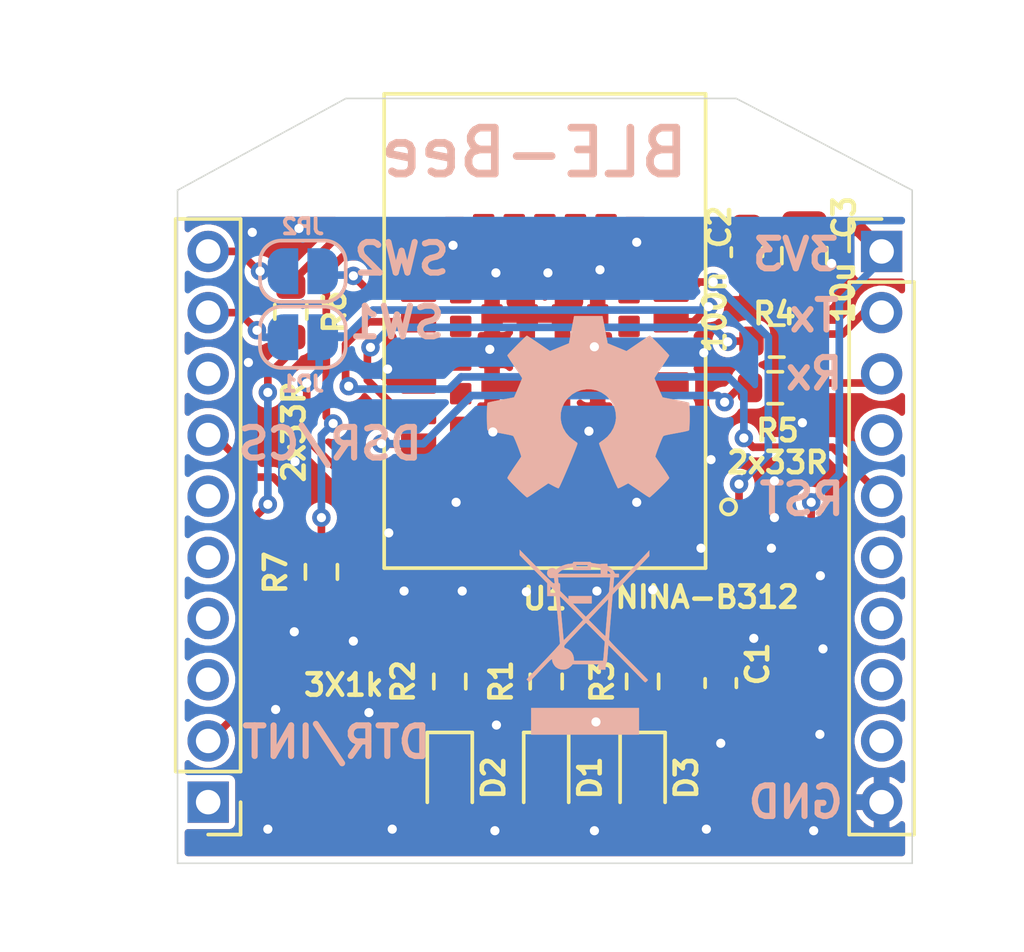
<source format=kicad_pcb>
(kicad_pcb (version 20211014) (generator pcbnew)
  (layers (0 "F.Cu" signal) (31 "B.Cu" signal) (34 "B.Paste" user) (35 "F.Paste" user) (36 "B.SilkS" user "B.Silkscreen") (37 "F.SilkS" user "F.Silkscreen") (38 "B.Mask" user) (39 "F.Mask" user) (44 "Edge.Cuts" user))
  (net 0 "")
  (net 1 "GND")
  (net 2 "/3V3")
  (net 3 "/SW1")
  (net 4 "Net-(J1-Pad9)")
  (net 5 "Net-(J1-Pad8)")
  (net 6 "Net-(J1-Pad7)")
  (net 7 "/RESET")
  (net 8 "/RX")
  (net 9 "/TX")
  (net 10 "Net-(J2-Pad6)")
  (net 11 "Net-(J2-Pad5)")
  (net 12 "Net-(J2-Pad4)")
  (net 13 "Net-(J2-Pad3)")
  (net 14 "Net-(R4-Pad1)")
  (net 15 "Net-(R5-Pad1)")
  (net 16 "Net-(U1-Pad46)")
  (net 17 "Net-(U1-Pad45)")
  (net 18 "Net-(U1-Pad44)")
  (net 19 "Net-(U1-Pad43)")
  (net 20 "Net-(U1-Pad42)")
  (net 21 "Net-(U1-Pad41)")
  (net 22 "Net-(U1-Pad40)")
  (net 23 "Net-(U1-Pad39)")
  (net 24 "Net-(U1-Pad38)")
  (net 25 "Net-(U1-Pad37)")
  (net 26 "Net-(U1-Pad36)")
  (net 27 "Net-(U1-Pad35)")
  (net 28 "Net-(U1-Pad34)")
  (net 29 "Net-(U1-Pad33)")
  (net 30 "Net-(U1-Pad32)")
  (net 31 "Net-(U1-Pad52)")
  (net 32 "Net-(U1-Pad51)")
  (net 33 "Net-(U1-Pad50)")
  (net 34 "Net-(U1-Pad49)")
  (net 35 "Net-(U1-Pad48)")
  (net 36 "Net-(U1-Pad47)")
  (net 37 "Net-(U1-Pad15)")
  (net 38 "Net-(U1-Pad11)")
  (net 39 "Net-(U1-Pad29)")
  (net 40 "Net-(U1-Pad28)")
  (net 41 "Net-(U1-Pad27)")
  (net 42 "Net-(U1-Pad25)")
  (net 43 "Net-(U1-Pad24)")
  (net 44 "Net-(U1-Pad20)")
  (net 45 "/SW2")
  (net 46 "/MISO")
  (net 47 "/SCK")
  (net 48 "/CS")
  (net 49 "/INT")
  (net 50 "/MOSI")
  (net 51 "Net-(J1-Pad6)")
  (net 52 "Net-(R6-Pad1)")
  (net 53 "Net-(R7-Pad1)")
  (net 54 "Net-(U1-Pad31)")
  (net 55 "Net-(U1-Pad55)")
  (net 56 "Net-(U1-Pad54)")
  (net 57 "Net-(U1-Pad2)")
  (net 58 "Net-(R1-Pad1)")
  (net 59 "Net-(R3-Pad1)")
  (net 60 "Net-(J2-Pad10)")
  (net 61 "Net-(J2-Pad9)")
  (net 62 "Net-(D1-Pad1)")
  (net 63 "Net-(D2-Pad1)")
  (net 64 "Net-(D3-Pad1)")
  (net 65 "Net-(J1-Pad4)")
  (net 66 "Net-(J2-Pad8)")
  (net 67 "Net-(J2-Pad1)")
  (footprint "Resistor_SMD:R_0603_1608Metric" (layer "F.Cu") (at 124.575 90.932)
    (fp_text reference "R4" (at -0.075 -0.9) (layer "F.SilkS") (effects (font (size 0.7 0.7))))
    (fp_text value "33R")
    (pad "1" smd roundrect locked (at -0.825 0) (size 0.8 0.95) (layers "F.Cu" "F.Paste" "F.Mask") (net 14 "Net-(R4-Pad1)"))
    (pad "2" smd roundrect locked (at 0.825 0) (size 0.8 0.95) (layers "F.Cu" "F.Paste" "F.Mask") (net 9 "/TX"))
  )
  (footprint "corelib:NINA-B3x2" (layer "F.Cu") (at 117 90.6 180)
    (fp_text reference "U1" (at 0 -8.75) (layer "F.SilkS") (effects (font (size 0.7 0.7))))
    (fp_text value "NINA-B3")
    (pad "1" smd roundrect locked (at -4.125 -5.7 180) (size 1.15 0.7) (layers "F.Cu" "F.Paste" "F.Mask") (roundrect_rratio 0.1) (net 58 "Net-(R1-Pad1)"))
    (pad "2" smd roundrect locked (at -4.125 -4.7 180) (size 1.15 0.7) (layers "F.Cu" "F.Paste" "F.Mask") (roundrect_rratio 0.1) (net 57 "Net-(U1-Pad2)"))
    (pad "3" smd roundrect locked (at -4.125 -3.7 180) (size 1.15 0.7) (layers "F.Cu" "F.Paste" "F.Mask") (roundrect_rratio 0.1) (net 47 "/SCK"))
    (pad "4" smd roundrect locked (at -4.125 -2.7 180) (size 1.15 0.7) (layers "F.Cu" "F.Paste" "F.Mask") (roundrect_rratio 0.1) (net 46 "/MISO"))
    (pad "5" smd roundrect locked (at -4.125 -1.7 180) (size 1.15 0.7) (layers "F.Cu" "F.Paste" "F.Mask") (roundrect_rratio 0.1) (net 50 "/MOSI"))
    (pad "6" smd roundrect locked (at -4.125 -0.7 180) (size 1.15 0.7) (layers "F.Cu" "F.Paste" "F.Mask") (roundrect_rratio 0.1) (net 1 "GND"))
    (pad "7" smd roundrect locked (at -4.125 0.3 180) (size 1.15 0.7) (layers "F.Cu" "F.Paste" "F.Mask") (roundrect_rratio 0.1) (net 3 "/SW1"))
    (pad "8" smd roundrect locked (at -4.125 1.3 180) (size 1.15 0.7) (layers "F.Cu" "F.Paste" "F.Mask") (roundrect_rratio 0.1) (net 59 "Net-(R3-Pad1)"))
    (pad "9" smd roundrect locked (at -4.125 2.3 180) (size 1.15 0.7) (layers "F.Cu" "F.Paste" "F.Mask") (roundrect_rratio 0.1) (net 2 "/3V3"))
    (pad "10" smd roundrect locked (at -4.125 3.3 180) (size 1.15 0.7) (layers "F.Cu" "F.Paste" "F.Mask") (roundrect_rratio 0.1) (net 2 "/3V3"))
    (pad "11" smd roundrect locked (at -2 3.25 270) (size 1.15 0.7) (layers "F.Cu" "F.Paste" "F.Mask") (roundrect_rratio 0.1) (net 38 "Net-(U1-Pad11)"))
    (pad "12" smd roundrect locked (at -1 3.25 270) (size 1.15 0.7) (layers "F.Cu" "F.Paste" "F.Mask") (roundrect_rratio 0.1) (net 1 "GND"))
    (pad "13" smd roundrect locked (at 0 3.25 270) (size 1.15 0.7) (layers "F.Cu" "F.Paste" "F.Mask") (roundrect_rratio 0.1))
    (pad "14" smd roundrect locked (at 1 3.25 270) (size 1.15 0.7) (layers "F.Cu" "F.Paste" "F.Mask") (roundrect_rratio 0.1) (net 1 "GND"))
    (pad "15" smd roundrect locked (at 2 3.25 270) (size 1.15 0.7) (layers "F.Cu" "F.Paste" "F.Mask") (roundrect_rratio 0.1) (net 37 "Net-(U1-Pad15)"))
    (pad "16" smd roundrect locked (at 4.125 3.3 180) (size 1.15 0.7) (layers "F.Cu" "F.Paste" "F.Mask") (roundrect_rratio 0.1) (net 52 "Net-(R6-Pad1)"))
    (pad "17" smd roundrect locked (at 4.125 2.3 180) (size 1.15 0.7) (layers "F.Cu" "F.Paste" "F.Mask") (roundrect_rratio 0.1) (net 53 "Net-(R7-Pad1)"))
    (pad "18" smd roundrect locked (at 4.125 1.3 180) (size 1.15 0.7) (layers "F.Cu" "F.Paste" "F.Mask") (roundrect_rratio 0.1) (net 45 "/SW2"))
    (pad "19" smd roundrect locked (at 4.125 0.3 180) (size 1.15 0.7) (layers "F.Cu" "F.Paste" "F.Mask") (roundrect_rratio 0.1) (net 7 "/RESET"))
    (pad "20" smd roundrect locked (at 4.125 -0.7 180) (size 1.15 0.7) (layers "F.Cu" "F.Paste" "F.Mask") (roundrect_rratio 0.1) (net 44 "Net-(U1-Pad20)"))
    (pad "21" smd roundrect locked (at 4.125 -1.7 180) (size 1.15 0.7) (layers "F.Cu" "F.Paste" "F.Mask") (roundrect_rratio 0.1) (net 1 "GND"))
    (pad "22" smd roundrect locked (at 4.125 -2.7 180) (size 1.15 0.7) (layers "F.Cu" "F.Paste" "F.Mask") (roundrect_rratio 0.1) (net 14 "Net-(R4-Pad1)"))
    (pad "23" smd roundrect locked (at 4.125 -3.7 180) (size 1.15 0.7) (layers "F.Cu" "F.Paste" "F.Mask") (roundrect_rratio 0.1) (net 15 "Net-(R5-Pad1)"))
    (pad "24" smd roundrect locked (at 4.125 -4.7 180) (size 1.15 0.7) (layers "F.Cu" "F.Paste" "F.Mask") (roundrect_rratio 0.1) (net 43 "Net-(U1-Pad24)"))
    (pad "25" smd roundrect locked (at 4.125 -5.7 180) (size 1.15 0.7) (layers "F.Cu" "F.Paste" "F.Mask") (roundrect_rratio 0.1) (net 42 "Net-(U1-Pad25)"))
    (pad "26" smd roundrect locked (at 2 -5.675 270) (size 1.15 0.7) (layers "F.Cu" "F.Paste" "F.Mask") (roundrect_rratio 0.1) (net 1 "GND"))
    (pad "27" smd roundrect locked (at 1 -5.675 270) (size 1.15 0.7) (layers "F.Cu" "F.Paste" "F.Mask") (roundrect_rratio 0.1) (net 41 "Net-(U1-Pad27)"))
    (pad "28" smd roundrect locked (at 0 -5.675 270) (size 1.15 0.7) (layers "F.Cu" "F.Paste" "F.Mask") (roundrect_rratio 0.1) (net 40 "Net-(U1-Pad28)"))
    (pad "29" smd roundrect locked (at -1 -5.675 270) (size 1.15 0.7) (layers "F.Cu" "F.Paste" "F.Mask") (roundrect_rratio 0.1) (net 39 "Net-(U1-Pad29)"))
    (pad "30" smd roundrect locked (at -2 -5.675 270) (size 1.15 0.7) (layers "F.Cu" "F.Paste" "F.Mask") (roundrect_rratio 0.1) (net 1 "GND"))
    (pad "31" smd roundrect locked (at -2.75 -4.25 180) (size 0.7 0.7) (layers "F.Cu" "F.Paste" "F.Mask") (roundrect_rratio 0.1) (net 54 "Net-(U1-Pad31)"))
    (pad "32" smd roundrect locked (at -2.75 -3.15 180) (size 0.7 0.7) (layers "F.Cu" "F.Paste" "F.Mask") (roundrect_rratio 0.1) (net 30 "Net-(U1-Pad32)"))
    (pad "33" smd roundrect locked (at -2.75 -2.05 180) (size 0.7 0.7) (layers "F.Cu" "F.Paste" "F.Mask") (roundrect_rratio 0.1) (net 29 "Net-(U1-Pad33)"))
    (pad "34" smd roundrect locked (at -2.75 -0.95 180) (size 0.7 0.7) (layers "F.Cu" "F.Paste" "F.Mask") (roundrect_rratio 0.1) (net 28 "Net-(U1-Pad34)"))
    (pad "35" smd roundrect locked (at -2.75 0.15 180) (size 0.7 0.7) (layers "F.Cu" "F.Paste" "F.Mask") (roundrect_rratio 0.1) (net 27 "Net-(U1-Pad35)"))
    (pad "36" smd roundrect locked (at -2.75 1.25 180) (size 0.7 0.7) (layers "F.Cu" "F.Paste" "F.Mask") (roundrect_rratio 0.1) (net 26 "Net-(U1-Pad36)"))
    (pad "37" smd roundrect locked (at 2.75 1.25 180) (size 0.7 0.7) (layers "F.Cu" "F.Paste" "F.Mask") (roundrect_rratio 0.1) (net 25 "Net-(U1-Pad37)"))
    (pad "38" smd roundrect locked (at 2.75 0.15 180) (size 0.7 0.7) (layers "F.Cu" "F.Paste" "F.Mask") (roundrect_rratio 0.1) (net 24 "Net-(U1-Pad38)"))
    (pad "39" smd roundrect locked (at 2.75 -0.95 180) (size 0.7 0.7) (layers "F.Cu" "F.Paste" "F.Mask") (roundrect_rratio 0.1) (net 23 "Net-(U1-Pad39)"))
    (pad "40" smd roundrect locked (at 2.75 -2.05 180) (size 0.7 0.7) (layers "F.Cu" "F.Paste" "F.Mask") (roundrect_rratio 0.1) (net 22 "Net-(U1-Pad40)"))
    (pad "41" smd roundrect locked (at 2.75 -3.15 180) (size 0.7 0.7) (layers "F.Cu" "F.Paste" "F.Mask") (roundrect_rratio 0.1) (net 21 "Net-(U1-Pad41)"))
    (pad "42" smd roundrect locked (at 2.75 -4.25 180) (size 0.7 0.7) (layers "F.Cu" "F.Paste" "F.Mask") (roundrect_rratio 0.1) (net 20 "Net-(U1-Pad42)"))
    (pad "43" smd roundrect locked (at 1.65 -4.25 180) (size 0.7 0.7) (layers "F.Cu" "F.Paste" "F.Mask") (roundrect_rratio 0.1) (net 19 "Net-(U1-Pad43)"))
    (pad "44" smd roundrect locked (at 0.55 -4.25 180) (size 0.7 0.7) (layers "F.Cu" "F.Paste" "F.Mask") (roundrect_rratio 0.1) (net 18 "Net-(U1-Pad44)"))
    (pad "45" smd roundrect locked (at -0.55 -4.25 180) (size 0.7 0.7) (layers "F.Cu" "F.Paste" "F.Mask") (roundrect_rratio 0.1) (net 17 "Net-(U1-Pad45)"))
    (pad "46" smd roundrect locked (at -1.65 -4.25 180) (size 0.7 0.7) (layers "F.Cu" "F.Paste" "F.Mask") (roundrect_rratio 0.1) (net 16 "Net-(U1-Pad46)"))
    (pad "47" smd roundrect locked (at 4 -6.85 180) (size 0.7 0.7) (layers "F.Cu" "F.Paste" "F.Mask") (roundrect_rratio 0.1) (net 36 "Net-(U1-Pad47)"))
    (pad "48" smd roundrect locked (at 3 -6.85 180) (size 0.7 0.7) (layers "F.Cu" "F.Paste" "F.Mask") (roundrect_rratio 0.1) (net 35 "Net-(U1-Pad48)"))
    (pad "49" smd roundrect locked (at 2 -6.85 180) (size 0.7 0.7) (layers "F.Cu" "F.Paste" "F.Mask") (roundrect_rratio 0.1) (net 34 "Net-(U1-Pad49)"))
    (pad "50" smd roundrect locked (at 1 -6.85 180) (size 0.7 0.7) (layers "F.Cu" "F.Paste" "F.Mask") (roundrect_rratio 0.1) (net 33 "Net-(U1-Pad50)"))
    (pad "51" smd roundrect locked (at 0 -6.85 180) (size 0.7 0.7) (layers "F.Cu" "F.Paste" "F.Mask") (roundrect_rratio 0.1) (net 32 "Net-(U1-Pad51)"))
    (pad "52" smd roundrect locked (at -1 -6.85 180) (size 0.7 0.7) (layers "F.Cu" "F.Paste" "F.Mask") (roundrect_rratio 0.1) (net 31 "Net-(U1-Pad52)"))
    (pad "53" smd roundrect locked (at -2 -6.85 180) (size 0.7 0.7) (layers "F.Cu" "F.Paste" "F.Mask") (roundrect_rratio 0.1) (net 1 "GND"))
    (pad "54" smd roundrect locked (at -3 -6.85 180) (size 0.7 0.7) (layers "F.Cu" "F.Paste" "F.Mask") (roundrect_rratio 0.1) (net 56 "Net-(U1-Pad54)"))
    (pad "55" smd roundrect locked (at -4 -6.85 180) (size 0.7 0.7) (layers "F.Cu" "F.Paste" "F.Mask") (roundrect_rratio 0.1) (net 55 "Net-(U1-Pad55)"))
    (pad "56" smd roundrect locked (at -1.725 -1.775 180) (size 0.7 0.7) (layers "F.Cu" "F.Paste" "F.Mask") (roundrect_rratio 0.1) (net 1 "GND"))
    (pad "56" smd roundrect locked (at -1.725 0.525 180) (size 0.7 0.7) (layers "F.Cu" "F.Paste" "F.Mask") (roundrect_rratio 0.1) (net 1 "GND"))
    (pad "56" smd roundrect locked (at -0.575 -0.625 180) (size 0.7 0.7) (layers "F.Cu" "F.Paste" "F.Mask") (roundrect_rratio 0.1) (net 1 "GND"))
    (pad "56" smd roundrect locked (at 0.575 -2.925 180) (size 0.7 0.7) (layers "F.Cu" "F.Paste" "F.Mask") (roundrect_rratio 0.1) (net 1 "GND"))
    (pad "56" smd roundrect locked (at -0.575 0.525 180) (size 0.7 0.7) (layers "F.Cu" "F.Paste" "F.Mask") (roundrect_rratio 0.1) (net 1 "GND"))
    (pad "56" smd roundrect locked (at 1.725 -1.775 180) (size 0.7 0.7) (layers "F.Cu" "F.Paste" "F.Mask") (roundrect_rratio 0.1) (net 1 "GND"))
    (pad "56" smd roundrect locked (at -0.575 -2.925 180) (size 0.7 0.7) (layers "F.Cu" "F.Paste" "F.Mask") (roundrect_rratio 0.1) (net 1 "GND"))
    (pad "56" smd roundrect locked (at 0.575 -1.775 180) (size 0.7 0.7) (layers "F.Cu" "F.Paste" "F.Mask") (roundrect_rratio 0.1) (net 1 "GND"))
    (pad "56" smd roundrect locked (at -0.575 -1.775 180) (size 0.7 0.7) (layers "F.Cu" "F.Paste" "F.Mask") (roundrect_rratio 0.1) (net 1 "GND"))
    (pad "56" smd roundrect locked (at 1.725 0.525 180) (size 0.7 0.7) (layers "F.Cu" "F.Paste" "F.Mask") (roundrect_rratio 0.1) (net 1 "GND"))
    (pad "56" smd roundrect locked (at 0.575 0.525 180) (size 0.7 0.7) (layers "F.Cu" "F.Paste" "F.Mask") (roundrect_rratio 0.1) (net 1 "GND"))
    (pad "56" smd roundrect locked (at 0.575 -0.625 180) (size 0.7 0.7) (layers "F.Cu" "F.Paste" "F.Mask") (roundrect_rratio 0.1) (net 1 "GND"))
  )
  (footprint "Resistor_SMD:R_0603_1608Metric" (layer "F.Cu") (at 120.1928 102.0572 -90)
    (fp_text reference "R3" (at 0 1.3208 90) (layer "F.SilkS") (effects (font (size 0.7 0.7))))
    (fp_text value "1k")
    (pad "1" smd roundrect locked (at -0.825 0 270) (size 0.8 0.95) (layers "F.Cu" "F.Paste" "F.Mask") (net 59 "Net-(R3-Pad1)"))
    (pad "2" smd roundrect locked (at 0.825 0 270) (size 0.8 0.95) (layers "F.Cu" "F.Paste" "F.Mask") (net 64 "Net-(D3-Pad1)"))
  )
  (footprint "Resistor_SMD:R_0603_1608Metric" (layer "F.Cu") (at 117.0432 102.0572 -90)
    (fp_text reference "R1" (at 0 1.4732 90) (layer "F.SilkS") (effects (font (size 0.7 0.7))))
    (fp_text value "1k")
    (pad "1" smd roundrect locked (at -0.825 0 270) (size 0.8 0.95) (layers "F.Cu" "F.Paste" "F.Mask") (net 58 "Net-(R1-Pad1)"))
    (pad "2" smd roundrect locked (at 0.825 0 270) (size 0.8 0.95) (layers "F.Cu" "F.Paste" "F.Mask") (net 62 "Net-(D1-Pad1)"))
  )
  (footprint "Connector_PinHeader_2.00mm:PinHeader_1x10_P2.00mm_Vertical" (layer "F.Cu") (at 128 88)
    (fp_text reference "J1" hide)
    (fp_text value "Conn_01x10")
    (pad "1" thru_hole rect locked (at 0 0) (size 1.35 1.35) (drill 0.8) (layers *.Cu *.Mask) (net 2 "/3V3"))
    (pad "2" thru_hole oval locked (at 0 2) (size 1.35 1.35) (drill 0.8) (layers *.Cu *.Mask) (net 9 "/TX"))
    (pad "3" thru_hole oval locked (at 0 4) (size 1.35 1.35) (drill 0.8) (layers *.Cu *.Mask) (net 8 "/RX"))
    (pad "4" thru_hole oval locked (at 0 6) (size 1.35 1.35) (drill 0.8) (layers *.Cu *.Mask) (net 65 "Net-(J1-Pad4)"))
    (pad "5" thru_hole oval locked (at 0 8) (size 1.35 1.35) (drill 0.8) (layers *.Cu *.Mask) (net 7 "/RESET"))
    (pad "6" thru_hole oval locked (at 0 10) (size 1.35 1.35) (drill 0.8) (layers *.Cu *.Mask) (net 51 "Net-(J1-Pad6)"))
    (pad "7" thru_hole oval locked (at 0 12) (size 1.35 1.35) (drill 0.8) (layers *.Cu *.Mask) (net 6 "Net-(J1-Pad7)"))
    (pad "8" thru_hole oval locked (at 0 14) (size 1.35 1.35) (drill 0.8) (layers *.Cu *.Mask) (net 5 "Net-(J1-Pad8)"))
    (pad "9" thru_hole oval locked (at 0 16) (size 1.35 1.35) (drill 0.8) (layers *.Cu *.Mask) (net 4 "Net-(J1-Pad9)"))
    (pad "10" thru_hole oval locked (at 0 18) (size 1.35 1.35) (drill 0.8) (layers *.Cu *.Mask) (net 1 "GND"))
  )
  (footprint "Capacitor_SMD:C_0603_1608Metric" (layer "F.Cu") (at 122.7455 102.108 -90)
    (fp_text reference "C1" (at -0.625 -1.2 90) (layer "F.SilkS") (effects (font (size 0.7 0.7))))
    (fp_text value "100n")
    (pad "1" smd roundrect locked (at -0.775 0 270) (size 0.9 0.95) (layers "F.Cu" "F.Paste" "F.Mask") (net 2 "/3V3"))
    (pad "2" smd roundrect locked (at 0.775 0 270) (size 0.9 0.95) (layers "F.Cu" "F.Paste" "F.Mask") (net 1 "GND"))
  )
  (footprint "Connector_PinHeader_2.00mm:PinHeader_1x10_P2.00mm_Vertical" (layer "F.Cu") (at 106 106 180)
    (fp_text reference "J2" hide)
    (fp_text value "Conn_01x10")
    (pad "1" thru_hole rect locked (at 0 0 180) (size 1.35 1.35) (drill 0.8) (layers *.Cu *.Mask) (net 67 "Net-(J2-Pad1)"))
    (pad "2" thru_hole oval locked (at 0 2 180) (size 1.35 1.35) (drill 0.8) (layers *.Cu *.Mask) (net 49 "/INT"))
    (pad "3" thru_hole oval locked (at 0 4 180) (size 1.35 1.35) (drill 0.8) (layers *.Cu *.Mask) (net 13 "Net-(J2-Pad3)"))
    (pad "4" thru_hole oval locked (at 0 6 180) (size 1.35 1.35) (drill 0.8) (layers *.Cu *.Mask) (net 12 "Net-(J2-Pad4)"))
    (pad "5" thru_hole oval locked (at 0 8 180) (size 1.35 1.35) (drill 0.8) (layers *.Cu *.Mask) (net 11 "Net-(J2-Pad5)"))
    (pad "6" thru_hole oval locked (at 0 10 180) (size 1.35 1.35) (drill 0.8) (layers *.Cu *.Mask) (net 10 "Net-(J2-Pad6)"))
    (pad "7" thru_hole oval locked (at 0 12 180) (size 1.35 1.35) (drill 0.8) (layers *.Cu *.Mask) (net 48 "/CS"))
    (pad "8" thru_hole oval locked (at 0 14 180) (size 1.35 1.35) (drill 0.8) (layers *.Cu *.Mask) (net 66 "Net-(J2-Pad8)"))
    (pad "9" thru_hole oval locked (at 0 16 180) (size 1.35 1.35) (drill 0.8) (layers *.Cu *.Mask) (net 61 "Net-(J2-Pad9)"))
    (pad "10" thru_hole oval locked (at 0 18 180) (size 1.35 1.35) (drill 0.8) (layers *.Cu *.Mask) (net 60 "Net-(J2-Pad10)"))
  )
  (footprint "Capacitor_SMD:C_0805_2012Metric" (layer "F.Cu") (at 125.476 88.138 -90)
    (fp_text reference "C3" (at -1.25 -1.3 90) (layer "F.SilkS") (effects (font (size 0.7 0.7))))
    (fp_text value "10u")
    (pad "1" smd roundrect locked (at -0.95 0 270) (size 1 1.45) (layers "F.Cu" "F.Paste" "F.Mask") (net 2 "/3V3"))
    (pad "2" smd roundrect locked (at 0.95 0 270) (size 1 1.45) (layers "F.Cu" "F.Paste" "F.Mask") (net 1 "GND"))
  )
  (footprint "Resistor_SMD:R_0603_1608Metric" (layer "F.Cu") (at 108.7 89.975 -90)
    (fp_text reference "R6" (at 0 -1.43 90) (layer "F.SilkS") (effects (font (size 0.7 0.7))))
    (fp_text value "33R")
    (pad "1" smd roundrect locked (at -0.825 0 270) (size 0.8 0.95) (layers "F.Cu" "F.Paste" "F.Mask") (net 52 "Net-(R6-Pad1)"))
    (pad "2" smd roundrect locked (at 0.825 0 270) (size 0.8 0.95) (layers "F.Cu" "F.Paste" "F.Mask") (net 49 "/INT"))
  )
  (footprint "Resistor_SMD:R_0603_1608Metric" (layer "F.Cu") (at 109.7 98.475 -90)
    (fp_text reference "R7" (at 0.025 1.5 90) (layer "F.SilkS") (effects (font (size 0.7 0.7))))
    (fp_text value "33R")
    (pad "1" smd roundrect locked (at -0.825 0 270) (size 0.8 0.95) (layers "F.Cu" "F.Paste" "F.Mask") (net 53 "Net-(R7-Pad1)"))
    (pad "2" smd roundrect locked (at 0.825 0 270) (size 0.8 0.95) (layers "F.Cu" "F.Paste" "F.Mask") (net 48 "/CS"))
  )
  (footprint "Capacitor_SMD:C_0603_1608Metric" (layer "F.Cu") (at 123.6 88.025 -90)
    (fp_text reference "C2" (at -0.825 0.9 90) (layer "F.SilkS") (effects (font (size 0.7 0.7))))
    (fp_text value "100n")
    (pad "1" smd roundrect locked (at -0.775 0 270) (size 0.9 0.95) (layers "F.Cu" "F.Paste" "F.Mask") (net 2 "/3V3"))
    (pad "2" smd roundrect locked (at 0.775 0 270) (size 0.9 0.95) (layers "F.Cu" "F.Paste" "F.Mask") (net 1 "GND"))
  )
  (footprint "LED_SMD:LED_0603_1608Metric" (layer "F.Cu") (at 117.0432 105.2068 -90)
    (fp_text reference "D1" (at 0 -1.43 90) (layer "F.SilkS") (effects (font (size 0.7 0.7))))
    (fp_text value "RED")
    (pad "1" smd roundrect locked (at -0.7875 0 270) (size 0.875 0.95) (layers "F.Cu" "F.Paste" "F.Mask") (net 62 "Net-(D1-Pad1)"))
    (pad "2" smd roundrect locked (at 0.7875 0 270) (size 0.875 0.95) (layers "F.Cu" "F.Paste" "F.Mask") (net 2 "/3V3"))
  )
  (footprint "LED_SMD:LED_0603_1608Metric" (layer "F.Cu") (at 120.1928 105.2068 -90)
    (fp_text reference "D3" (at 0 -1.43 90) (layer "F.SilkS") (effects (font (size 0.7 0.7))))
    (fp_text value "BLUE")
    (pad "1" smd roundrect locked (at -0.7875 0 270) (size 0.875 0.95) (layers "F.Cu" "F.Paste" "F.Mask") (net 64 "Net-(D3-Pad1)"))
    (pad "2" smd roundrect locked (at 0.7875 0 270) (size 0.875 0.95) (layers "F.Cu" "F.Paste" "F.Mask") (net 2 "/3V3"))
  )
  (footprint "LED_SMD:LED_0603_1608Metric" (layer "F.Cu") (at 113.8936 105.2068 -90)
    (fp_text reference "D2" (at 0 -1.43 90) (layer "F.SilkS") (effects (font (size 0.7 0.7))))
    (fp_text value "GREEN")
    (pad "1" smd roundrect locked (at -0.7875 0 270) (size 0.875 0.95) (layers "F.Cu" "F.Paste" "F.Mask") (net 63 "Net-(D2-Pad1)"))
    (pad "2" smd roundrect locked (at 0.7875 0 270) (size 0.875 0.95) (layers "F.Cu" "F.Paste" "F.Mask") (net 2 "/3V3"))
  )
  (footprint "Resistor_SMD:R_0603_1608Metric" (layer "F.Cu") (at 113.8936 102.0572 -90)
    (fp_text reference "R2" (at 0 1.524 90) (layer "F.SilkS") (effects (font (size 0.7 0.7))))
    (fp_text value "1k")
    (pad "1" smd roundrect locked (at -0.825 0 270) (size 0.8 0.95) (layers "F.Cu" "F.Paste" "F.Mask") (net 3 "/SW1"))
    (pad "2" smd roundrect locked (at 0.825 0 270) (size 0.8 0.95) (layers "F.Cu" "F.Paste" "F.Mask") (net 63 "Net-(D2-Pad1)"))
  )
  (footprint "Resistor_SMD:R_0603_1608Metric" (layer "F.Cu") (at 124.525 92.456)
    (fp_text reference "R5" (at 0.075 1.4) (layer "F.SilkS") (effects (font (size 0.7 0.7))))
    (fp_text value "33R")
    (pad "1" smd roundrect locked (at -0.825 0) (size 0.8 0.95) (layers "F.Cu" "F.Paste" "F.Mask") (net 15 "Net-(R5-Pad1)"))
    (pad "2" smd roundrect locked (at 0.825 0) (size 0.8 0.95) (layers "F.Cu" "F.Paste" "F.Mask") (net 8 "/RX"))
  )
  (footprint "Jumper:SolderJumper-2_P1.3mm_Open_RoundedPad1.0x1.5mm" (layer "B.Cu") (at 109.093 90.805)
    (fp_text reference "JP1" (at 0 1.524) (layer "B.SilkS") (effects (font (size 0.5 0.5) (thickness 0.125)) (justify mirror)))
    (fp_text value "SW1")
    (pad "1" smd custom locked (at -0.65 0) (size 1 0.5) (layers "B.Cu" "B.Mask") (net 61 "Net-(J2-Pad9)") (options (clearance outline) (anchor rect)) (primitives (gr_circle (center 0 -0.25) (end 0.5 -0.25) (width 0) (fill yes)) (gr_circle (center 0 0.25) (end 0.5 0.25) (width 0) (fill yes)) (gr_poly (pts (xy 0 0.75) (xy 0.5 0.75) (xy 0.5 -0.75) (xy 0 -0.75)) (width 0) (fill yes))))
    (pad "2" smd custom locked (at 0.65 0) (size 1 0.5) (layers "B.Cu" "B.Mask") (net 3 "/SW1") (options (clearance outline) (anchor rect)) (primitives (gr_circle (center 0 -0.25) (end 0.5 -0.25) (width 0) (fill yes)) (gr_circle (center 0 0.25) (end 0.5 0.25) (width 0) (fill yes)) (gr_poly (pts (xy 0 0.75) (xy -0.5 0.75) (xy -0.5 -0.75) (xy 0 -0.75)) (width 0) (fill yes))))
  )
  (footprint "Jumper:SolderJumper-2_P1.3mm_Open_RoundedPad1.0x1.5mm" (layer "B.Cu") (at 109.093 88.646)
    (fp_text reference "JP2" (at 0 -1.4605) (layer "B.SilkS") (effects (font (size 0.5 0.5) (thickness 0.125)) (justify mirror)))
    (fp_text value "SW2")
    (pad "1" smd custom locked (at -0.65 0) (size 1 0.5) (layers "B.Cu" "B.Mask") (net 60 "Net-(J2-Pad10)") (options (clearance outline) (anchor rect)) (primitives (gr_circle (center 0 -0.25) (end 0.5 -0.25) (width 0) (fill yes)) (gr_circle (center 0 0.25) (end 0.5 0.25) (width 0) (fill yes)) (gr_poly (pts (xy 0 0.75) (xy 0.5 0.75) (xy 0.5 -0.75) (xy 0 -0.75)) (width 0) (fill yes))))
    (pad "2" smd custom locked (at 0.65 0) (size 1 0.5) (layers "B.Cu" "B.Mask") (net 45 "/SW2") (options (clearance outline) (anchor rect)) (primitives (gr_circle (center 0 -0.25) (end 0.5 -0.25) (width 0) (fill yes)) (gr_circle (center 0 0.25) (end 0.5 0.25) (width 0) (fill yes)) (gr_poly (pts (xy 0 0.75) (xy -0.5 0.75) (xy -0.5 -0.75) (xy 0 -0.75)) (width 0) (fill yes))))
  )
  (footprint "Symbol:WEEE-Logo_4.2x6mm_SilkScreen" (layer "B.Cu") (at 118.3005 100.7745 180)
    (fp_text reference "REF**" hide)
    (fp_text value "WEEE-Logo_4.2x6mm_SilkScreen" hide)
  )
  (footprint "Symbol:OSHW-Symbol_6.7x6mm_SilkScreen" (layer "B.Cu") (at 118.4275 93.091 180)
    (fp_text reference "REF**" hide)
    (fp_text value "OSHW-Symbol_6.7x6mm_SilkScreen" hide)
  )
  (gr_line (start 105 86) (end 105 108) (layer "Edge.Cuts") (width 0.05))
  (gr_line (start 105 108) (end 129 108) (layer "Edge.Cuts") (width 0.05))
  (gr_line (start 129 86) (end 123.25 83) (layer "Edge.Cuts") (width 0.05))
  (gr_line (start 123.25 83) (end 110.5 83) (layer "Edge.Cuts") (width 0.05))
  (gr_line (start 129 108) (end 129 86) (layer "Edge.Cuts") (width 0.05))
  (gr_line (start 105 86) (end 110.5 83) (layer "Edge.Cuts") (width 0.05))
  (gr_text "Rx" (at 125.7952 92) (layer "B.SilkS") (effects (font (size 1 1) (thickness 0.2)) (justify mirror)))
  (gr_text "Tx" (at 125.7952 90.1) (layer "B.SilkS") (effects (font (size 1 1) (thickness 0.2)) (justify mirror)))
  (gr_text "DSR/CS" (at 109.982 94.2848) (layer "B.SilkS") (effects (font (size 1 1) (thickness 0.2)) (justify mirror)))
  (gr_text "BLE-Bee" (at 116.6495 84.7725) (layer "B.SilkS") (effects (font (size 1.5 1.5) (thickness 0.25)) (justify mirror)))
  (gr_text "GND" (at 125.1952 106) (layer "B.SilkS") (effects (font (size 1 1) (thickness 0.2)) (justify mirror)))
  (gr_text "3V3" (at 125.1952 88.1) (layer "B.SilkS") (effects (font (size 1 1) (thickness 0.2)) (justify mirror)))
  (gr_text "RST" (at 125.3952 96.1) (layer "B.SilkS") (effects (font (size 1 1) (thickness 0.2)) (justify mirror)))
  (gr_text "SW1" (at 112.1664 90.3224) (layer "B.SilkS") (effects (font (size 1 1) (thickness 0.2)) (justify mirror)))
  (gr_text "SW2" (at 112.3188 88.2396) (layer "B.SilkS") (effects (font (size 1 1) (thickness 0.2)) (justify mirror)))
  (gr_text "DTR/INT" (at 110.1852 104.0384) (layer "B.SilkS") (effects (font (size 1 1) (thickness 0.2)) (justify mirror)))
  (gr_text "2x33R" (at 108.8 93.9 90) (layer "F.SilkS") (effects (font (size 0.7 0.7))))
  (gr_text "100n" (at 122.555 89.9795 90) (layer "F.SilkS") (effects (font (size 0.7 0.7))))
  (gr_text "3X1k" (at 110.4265 102.1715) (layer "F.SilkS") (effects (font (size 0.7 0.7))))
  (gr_text "10u" (at 126.746 89.3445 90) (layer "F.SilkS") (effects (font (size 0.7 0.7))))
  (gr_text "NINA-B312" (at 122.3 99.3) (layer "F.SilkS") (effects (font (size 0.7 0.7))))
  (gr_text "2x33R" (at 124.6 94.9) (layer "F.SilkS") (effects (font (size 0.7 0.7))))
  (segment (start 115 96.275) (end 114.175 96.275) (width 0.25) (layer "F.Cu") (net 1))
  (segment (start 122.191728 90.829737) (end 122.191728 91.116856) (width 0.25) (layer "F.Cu") (net 1))
  (segment (start 118 89.65) (end 117.575 90.075) (width 0.5) (layer "F.Cu") (net 1))
  (segment (start 116 89.65) (end 116.425 90.075) (width 0.5) (layer "F.Cu") (net 1))
  (segment (start 118.509377 91.225) (end 118.617529 91.116848) (width 0.25) (layer "F.Cu") (net 1))
  (segment (start 119 96.275) (end 119.925 96.275) (width 0.25) (layer "F.Cu") (net 1))
  (segment (start 114.175 96.275) (end 114.1 96.2) (width 0.25) (layer "F.Cu") (net 1))
  (segment (start 123.6 88.8) (end 123.6 89.514052) (width 0.25) (layer "F.Cu") (net 1))
  (segment (start 119 96.275) (end 119 97.45) (width 0.5) (layer "F.Cu") (net 1))
  (segment (start 119.925 96.275) (end 120 96.2) (width 0.25) (layer "F.Cu") (net 1))
  (segment (start 122.693896 90.327569) (end 122.191728 90.829737) (width 0.25) (layer "F.Cu") (net 1))
  (segment (start 116.05 93.9) (end 116.425 93.525) (width 0.25) (layer "F.Cu") (net 1))
  (segment (start 118 88.6) (end 118 89.65) (width 0.5) (layer "F.Cu") (net 1))
  (segment (start 118.088895 93.525) (end 118.438938 93.875043) (width 0.25) (layer "F.Cu") (net 1))
  (segment (start 117.575 93.525) (end 117.575 92.375) (width 0.5) (layer "F.Cu") (net 1))
  (segment (start 116.425 93.525) (end 116.425 90.075) (width 0.5) (layer "F.Cu") (net 1))
  (segment (start 118 87.35) (end 118 88.6) (width 0.5) (layer "F.Cu") (net 1))
  (segment (start 121.125 91.3) (end 122.008584 91.3) (width 0.25) (layer "F.Cu") (net 1))
  (segment (start 115.275 90.075) (end 118.725 90.075) (width 0.5) (layer "F.Cu") (net 1))
  (segment (start 123.6 88.8) (end 125.2 88.8) (width 0.25) (layer "F.Cu") (net 1))
  (segment (start 123.6 89.514052) (end 122.786483 90.327569) (width 0.25) (layer "F.Cu") (net 1))
  (segment (start 117.575 93.525) (end 118.088895 93.525) (width 0.25) (layer "F.Cu") (net 1))
  (segment (start 116 87.35) (end 116 89.65) (width 0.5) (layer "F.Cu") (net 1))
  (segment (start 122.008584 91.3) (end 122.191728 91.116856) (width 0.25) (layer "F.Cu") (net 1))
  (segment (start 116.425 93.525) (end 117.575 93.525) (width 0.5) (layer "F.Cu") (net 1))
  (segment (start 117.575 91.225) (end 118.509377 91.225) (width 0.25) (layer "F.Cu") (net 1))
  (segment (start 122.786483 90.327569) (end 122.693896 90.327569) (width 0.25) (layer "F.Cu") (net 1))
  (segment (start 118 88.6) (end 118.8 88.6) (width 0.25) (layer "F.Cu") (net 1))
  (segment (start 117.575 92.375) (end 117.575 90.075) (width 0.5) (layer "F.Cu") (net 1))
  (segment (start 115.275 92.375) (end 118.725 92.375) (width 0.5) (layer "F.Cu") (net 1))
  (segment (start 115.3 93.9) (end 116.05 93.9) (width 0.25) (layer "F.Cu") (net 1))
  (via (at 107.315 91.6305) (size 0.6) (drill 0.3) (layers "F.Cu" "B.Cu") (net 1))
  (via (at 126 98.6) (size 0.6) (drill 0.3) (layers "F.Cu" "B.Cu") (net 1))
  (via (at 125.4125 93.599) (size 0.6) (drill 0.3) (layers "F.Cu" "B.Cu") (net 1))
  (via (at 114.3 99.1) (size 0.6) (drill 0.3) (layers "F.Cu" "B.Cu") (net 1))
  (via (at 117.1 88.7) (size 0.6) (drill 0.3) (layers "F.Cu" "B.Cu") (net 1))
  (via (at 122.1 97.7) (size 0.6) (drill 0.3) (layers "F.Cu" "B.Cu") (net 1))
  (via (at 115.2 91.2) (size 0.6) (drill 0.3) (layers "F.Cu" "B.Cu") (net 1))
  (via (at 124.4 97.7) (size 0.6) (drill 0.3) (layers "F.Cu" "B.Cu") (net 1))
  (via (at 125.7808 106.934) (size 0.6) (drill 0.3) (layers "F.Cu" "B.Cu") (net 1))
  (via (at 118.7 99.1) (size 0.6) (drill 0.3) (layers "F.Cu" "B.Cu") (net 1))
  (via (at 118.6688 103.378) (size 0.6) (drill 0.3) (layers "F.Cu" "B.Cu") (net 1))
  (via (at 108.204 102.9716) (size 0.6) (drill 0.3) (layers "F.Cu" "B.Cu") (net 1))
  (via (at 123.825 100.6475) (size 0.6) (drill 0.3) (layers "F.Cu" "B.Cu") (net 1))
  (via (at 115.3 93.9) (size 0.6) (drill 0.3) (layers "F.Cu" "B.Cu") (net 1))
  (via (at 110.744 100.7364) (size 0.6) (drill 0.3) (layers "F.Cu" "B.Cu") (net 1))
  (via (at 118.8 88.6) (size 0.6) (drill 0.3) (layers "F.Cu" "B.Cu") (net 1))
  (via (at 120 96.2) (size 0.6) (drill 0.3) (layers "F.Cu" "B.Cu") (net 1))
  (via (at 107.442 87.376) (size 0.6) (drill 0.3) (layers "F.Cu" "B.Cu") (net 1))
  (via (at 107.95 106.8832) (size 0.6) (drill 0.3) (layers "F.Cu" "B.Cu") (net 1))
  (via (at 116.3955 99.1235) (size 0.6) (drill 0.3) (layers "F.Cu" "B.Cu") (net 1))
  (via (at 126.365 88.392) (size 0.6) (drill 0.3) (layers "F.Cu" "B.Cu") (net 1))
  (via (at 114 87.8) (size 0.6) (drill 0.3) (layers "F.Cu" "B.Cu") (net 1))
  (via (at 111.8616 91.8464) (size 0.6) (drill 0.3) (layers "F.Cu" "B.Cu") (net 1))
  (via (at 108.966 87.249) (size 0.6) (drill 0.3) (layers "F.Cu" "B.Cu") (net 1))
  (via (at 120 87.7) (size 0.6) (drill 0.3) (layers "F.Cu" "B.Cu") (net 1))
  (via (at 111.252 103.0732) (size 0.6) (drill 0.3) (layers "F.Cu" "B.Cu") (net 1))
  (via (at 118.438938 93.875043) (size 0.6) (drill 0.3) (layers "F.Cu" "B.Cu") (net 1))
  (via (at 126.0856 100.9904) (size 0.6) (drill 0.3) (layers "F.Cu" "B.Cu") (net 1))
  (via (at 118.617529 91.116848) (size 0.6) (drill 0.3) (layers "F.Cu" "B.Cu") (net 1))
  (via (at 122.191728 91.313) (size 0.6) (drill 0.3) (layers "F.Cu" "B.Cu") (net 1))
  (via (at 108.839 94.869) (size 0.6) (drill 0.3) (layers "F.Cu" "B.Cu") (net 1))
  (via (at 118.618 106.934) (size 0.6) (drill 0.3) (layers "F.Cu" "B.Cu") (net 1))
  (via (at 125.984 103.7844) (size 0.6) (drill 0.3) (layers "F.Cu" "B.Cu") (net 1))
  (via (at 111.9 97.2) (size 0.6) (drill 0.3) (layers "F.Cu" "B.Cu") (net 1))
  (via (at 122.2756 106.8832) (size 0.6) (drill 0.3) (layers "F.Cu" "B.Cu") (net 1))
  (via (at 122.428 94.8055) (size 0.6) (drill 0.3) (layers "F.Cu" "B.Cu") (net 1))
  (via (at 115.4 88.7) (size 0.6) (drill 0.3) (layers "F.Cu" "B.Cu") (net 1))
  (via (at 124.5 96.7) (size 0.6) (drill 0.3) (layers "F.Cu" "B.Cu") (net 1))
  (via (at 114.1 96.2) (size 0.6) (drill 0.3) (layers "F.Cu" "B.Cu") (net 1))
  (via (at 115.4176 103.4796) (size 0.6) (drill 0.3) (layers "F.Cu" "B.Cu") (net 1))
  (via (at 122.7455 104.0765) (size 0.6) (drill 0.3) (layers "F.Cu" "B.Cu") (net 1))
  (via (at 108.8136 100.4316) (size 0.6) (drill 0.3) (layers "F.Cu" "B.Cu") (net 1))
  (via (at 115.3668 106.934) (size 0.6) (drill 0.3) (layers "F.Cu" "B.Cu") (net 1))
  (via (at 120.523 99.06) (size 0.6) (drill 0.3) (layers "F.Cu" "B.Cu") (net 1))
  (via (at 124.5 95.5) (size 0.6) (drill 0.3) (layers "F.Cu" "B.Cu") (net 1))
  (via (at 112.4 99.1) (size 0.6) (drill 0.3) (layers "F.Cu" "B.Cu") (net 1))
  (via (at 112.014 106.8832) (size 0.6) (drill 0.3) (layers "F.Cu" "B.Cu") (net 1))
  (segment (start 118.438938 94.638938) (end 118.438938 93.875043) (width 0.25) (layer "B.Cu") (net 1))
  (segment (start 120 96.2) (end 118.438938 94.638938) (width 0.25) (layer "B.Cu") (net 1))
  (segment (start 118.617537 91.116856) (end 118.617529 91.116848) (width 0.25) (layer "B.Cu") (net 1))
  (segment (start 114.1 96.2) (end 115.3 95) (width 0.25) (layer "B.Cu") (net 1))
  (segment (start 122.191728 91.116856) (end 118.617537 91.116856) (width 0.25) (layer "B.Cu") (net 1))
  (segment (start 115.3 95) (end 115.3 93.9) (width 0.25) (layer "B.Cu") (net 1))
  (segment (start 121.175 87.25) (end 121.125 87.3) (width 0.5) (layer "F.Cu") (net 2))
  (segment (start 120.6245 105.9943) (end 121.4628 105.156) (width 0.25) (layer "F.Cu") (net 2))
  (segment (start 125.2 87.25) (end 123.6 87.25) (width 0.5) (layer "F.Cu") (net 2))
  (segment (start 122.7455 100.7745) (end 122.71375 100.74275) (width 0.25) (layer "F.Cu") (net 2))
  (segment (start 125.7 97.7565) (end 125.7 96.2) (width 0.25) (layer "F.Cu") (net 2))
  (segment (start 121.4628 101.9937) (end 122.71375 100.74275) (width 0.25) (layer "F.Cu") (net 2))
  (segment (start 120.1928 105.9943) (end 120.6245 105.9943) (width 0.25) (layer "F.Cu") (net 2))
  (segment (start 121.125 87.3) (end 121.125 88.3) (width 0.5) (layer "F.Cu") (net 2))
  (segment (start 127.25 87.25) (end 128 88) (width 0.5) (layer "F.Cu") (net 2))
  (segment (start 122.7455 101.333) (end 122.7455 100.7745) (width 0.25) (layer "F.Cu") (net 2))
  (segment (start 125.2 87.25) (end 127.25 87.25) (width 0.5) (layer "F.Cu") (net 2))
  (segment (start 122.71375 100.74275) (end 125.7 97.7565) (width 0.25) (layer "F.Cu") (net 2))
  (segment (start 117.0432 105.9943) (end 120.1928 105.9943) (width 0.25) (layer "F.Cu") (net 2))
  (segment (start 123.6 87.25) (end 121.175 87.25) (width 0.5) (layer "F.Cu") (net 2))
  (segment (start 121.4628 105.156) (end 121.4628 101.9937) (width 0.25) (layer "F.Cu") (net 2))
  (segment (start 113.8936 105.9943) (end 117.0432 105.9943) (width 0.25) (layer "F.Cu") (net 2))
  (via (at 125.7 96.2) (size 0.6) (drill 0.3) (layers "F.Cu" "B.Cu") (net 2))
  (segment (start 128 88) (end 128 88.281) (width 0.25) (layer "B.Cu") (net 2))
  (segment (start 128 88.281) (end 126.619 89.662) (width 0.25) (layer "B.Cu") (net 2))
  (segment (start 126.619 89.662) (end 126.619 95.281) (width 0.25) (layer "B.Cu") (net 2))
  (segment (start 126.619 95.281) (end 125.7 96.2) (width 0.25) (layer "B.Cu") (net 2))
  (segment (start 111.0996 96.012) (end 109.22 94.1324) (width 0.25) (layer "F.Cu") (net 3))
  (segment (start 112.6622 101.2322) (end 111.0996 99.6696) (width 0.25) (layer "F.Cu") (net 3))
  (segment (start 109.22 94.1324) (end 109.22 92.3036) (width 0.25) (layer "F.Cu") (net 3))
  (segment (start 121.855503 90.3) (end 122.349495 89.806008) (width 0.25) (layer "F.Cu") (net 3))
  (segment (start 111.0996 99.6696) (end 111.0996 96.012) (width 0.25) (layer "F.Cu") (net 3))
  (segment (start 113.8936 101.2322) (end 112.6622 101.2322) (width 0.25) (layer "F.Cu") (net 3))
  (segment (start 121.125 90.3) (end 121.855503 90.3) (width 0.25) (layer "F.Cu") (net 3))
  (via (at 122.349495 89.806008) (size 0.6) (drill 0.3) (layers "F.Cu" "B.Cu") (net 3))
  (via (at 109.22 92.3036) (size 0.6) (drill 0.3) (layers "F.Cu" "B.Cu") (net 3))
  (segment (start 110.5306 90.7694) (end 110.043 90.7694) (width 0.25) (layer "B.Cu") (net 3))
  (segment (start 111.384 89.916) (end 110.5306 90.7694) (width 0.25) (layer "B.Cu") (net 3))
  (segment (start 109.6264 91.8972) (end 109.22 92.3036) (width 0.25) (layer "B.Cu") (net 3))
  (segment (start 122.239503 89.916) (end 111.384 89.916) (width 0.25) (layer "B.Cu") (net 3))
  (segment (start 109.743 90.805) (end 110.495 90.805) (width 0.25) (layer "B.Cu") (net 3))
  (segment (start 122.349495 89.806008) (end 122.239503 89.916) (width 0.25) (layer "B.Cu") (net 3))
  (segment (start 110.043 90.7694) (end 109.6264 91.186) (width 0.25) (layer "B.Cu") (net 3))
  (segment (start 109.6264 91.186) (end 109.6264 91.8972) (width 0.25) (layer "B.Cu") (net 3))
  (segment (start 110.495 90.805) (end 110.5306 90.7694) (width 0.25) (layer "B.Cu") (net 3))
  (segment (start 128 96) (end 126.4 94.4) (width 0.25) (layer "F.Cu") (net 7))
  (segment (start 123.8 94.4) (end 123.5 94.1) (width 0.25) (layer "F.Cu") (net 7))
  (segment (start 110.49 92.3036) (end 110.5916 92.4052) (width 0.25) (layer "F.Cu") (net 7))
  (segment (start 126.4 94.4) (end 123.8 94.4) (width 0.25) (layer "F.Cu") (net 7))
  (segment (start 111.2236 90.3) (end 110.49 91.0336) (width 0.25) (layer "F.Cu") (net 7))
  (segment (start 110.49 91.0336) (end 110.49 92.3036) (width 0.25) (layer "F.Cu") (net 7))
  (segment (start 112.875 90.3) (end 111.2236 90.3) (width 0.25) (layer "F.Cu") (net 7))
  (via (at 123.5 94.1) (size 0.6) (drill 0.3) (layers "F.Cu" "B.Cu") (net 7))
  (via (at 110.5916 92.4052) (size 0.6) (drill 0.3) (layers "F.Cu" "B.Cu") (net 7))
  (segment (start 122.9868 92.1004) (end 114.265363 92.1004) (width 0.25) (layer "B.Cu") (net 7))
  (segment (start 114.265363 92.1004) (end 113.865763 92.5) (width 0.25) (layer "B.Cu") (net 7))
  (segment (start 123.5 94.1) (end 123.5 92.6136) (width 0.25) (layer "B.Cu") (net 7))
  (segment (start 113.865763 92.5) (end 110.6864 92.5) (width 0.25) (layer "B.Cu") (net 7))
  (segment (start 110.6864 92.5) (end 110.5916 92.4052) (width 0.25) (layer "B.Cu") (net 7))
  (segment (start 123.5 92.6136) (end 122.9868 92.1004) (width 0.25) (layer "B.Cu") (net 7))
  (segment (start 128 92) (end 127.7 92.3) (width 0.25) (layer "F.Cu") (net 8))
  (segment (start 127.7 92.3) (end 125.35 92.3) (width 0.25) (layer "F.Cu") (net 8))
  (segment (start 126.724 90.7) (end 125.4 90.7) (width 0.25) (layer "F.Cu") (net 9))
  (segment (start 128 90) (end 127.424 90) (width 0.25) (layer "F.Cu") (net 9))
  (segment (start 127.424 90) (end 126.724 90.7) (width 0.25) (layer "F.Cu") (net 9))
  (segment (start 123.518 90.932) (end 122.996997 90.932) (width 0.25) (layer "F.Cu") (net 14))
  (segment (start 112.875 93.3) (end 112.2992 93.3) (width 0.25) (layer "F.Cu") (net 14))
  (segment (start 123.75 90.7) (end 123.518 90.932) (width 0.25) (layer "F.Cu") (net 14))
  (segment (start 111.2012 91.2368) (end 111.3028 91.1352) (width 0.25) (layer "F.Cu") (net 14))
  (segment (start 122.996997 90.932) (end 122.97499 90.954007) (width 0.25) (layer "F.Cu") (net 14))
  (segment (start 111.2012 92.202) (end 111.2012 91.2368) (width 0.25) (layer "F.Cu") (net 14))
  (segment (start 112.2992 93.3) (end 111.2012 92.202) (width 0.25) (layer "F.Cu") (net 14))
  (via (at 111.3028 91.1352) (size 0.6) (drill 0.3) (layers "F.Cu" "B.Cu") (net 14))
  (via (at 122.97499 90.954007) (size 0.6) (drill 0.3) (layers "F.Cu" "B.Cu") (net 14))
  (segment (start 122.97499 90.954007) (end 122.502461 90.481478) (width 0.25) (layer "B.Cu") (net 14))
  (segment (start 122.502461 90.481478) (end 111.956522 90.481478) (width 0.25) (layer "B.Cu") (net 14))
  (segment (start 111.956522 90.481478) (end 111.3028 91.1352) (width 0.25) (layer "B.Cu") (net 14))
  (segment (start 112.875 94.3) (end 111.673601 94.3) (width 0.25) (layer "F.Cu") (net 15))
  (segment (start 111.673601 94.3) (end 111.658401 94.2848) (width 0.25) (layer "F.Cu") (net 15))
  (segment (start 123.498205 92.3) (end 122.871013 92.927192) (width 0.25) (layer "F.Cu") (net 15))
  (segment (start 123.7 92.3) (end 123.498205 92.3) (width 0.25) (layer "F.Cu") (net 15))
  (via (at 111.658401 94.2848) (size 0.6) (drill 0.3) (layers "F.Cu" "B.Cu") (net 15))
  (via (at 122.871013 92.927192) (size 0.6) (drill 0.3) (layers "F.Cu" "B.Cu") (net 15))
  (segment (start 113.03 94.2848) (end 111.658401 94.2848) (width 0.25) (layer "B.Cu") (net 15))
  (segment (start 122.653821 92.71) (end 114.6048 92.71) (width 0.25) (layer "B.Cu") (net 15))
  (segment (start 122.871013 92.927192) (end 122.653821 92.71) (width 0.25) (layer "B.Cu") (net 15))
  (segment (start 114.6048 92.71) (end 113.03 94.2848) (width 0.25) (layer "B.Cu") (net 15))
  (segment (start 112.875 89.3) (end 111.2456 89.3) (width 0.25) (layer "F.Cu") (net 45))
  (segment (start 111.2456 89.3) (end 110.744 88.7984) (width 0.25) (layer "F.Cu") (net 45))
  (via (at 110.744 88.7984) (size 0.6) (drill 0.3) (layers "F.Cu" "B.Cu") (net 45))
  (segment (start 109.743 88.9) (end 109.87 88.773) (width 0.25) (layer "B.Cu") (net 45))
  (segment (start 109.87 88.773) (end 110.7186 88.773) (width 0.25) (layer "B.Cu") (net 45))
  (segment (start 110.7186 88.773) (end 110.744 88.7984) (width 0.25) (layer "B.Cu") (net 45))
  (segment (start 109.7 99.3) (end 108.8 98.4) (width 0.25) (layer "F.Cu") (net 48))
  (segment (start 107.569 95.377) (end 106.192 94) (width 0.25) (layer "F.Cu") (net 48))
  (segment (start 108.8 96.0492) (end 108.1278 95.377) (width 0.25) (layer "F.Cu") (net 48))
  (segment (start 106.192 94) (end 106 94) (width 0.25) (layer "F.Cu") (net 48))
  (segment (start 108.1278 95.377) (end 107.569 95.377) (width 0.25) (layer "F.Cu") (net 48))
  (segment (start 108.8 98.4) (end 108.8 96.0492) (width 0.25) (layer "F.Cu") (net 48))
  (segment (start 107.2896 96.9264) (end 107.95 96.266) (width 0.25) (layer "F.Cu") (net 49))
  (segment (start 108.7 90.8) (end 108.7 91.2996) (width 0.25) (layer "F.Cu") (net 49))
  (segment (start 107.2896 102.7684) (end 107.2896 96.9264) (width 0.25) (layer "F.Cu") (net 49))
  (segment (start 107.95 92.0496) (end 107.95 92.6084) (width 0.25) (layer "F.Cu") (net 49))
  (segment (start 106.058 104) (end 107.2896 102.7684) (width 0.25) (layer "F.Cu") (net 49))
  (segment (start 108.7 91.2996) (end 107.95 92.0496) (width 0.25) (layer "F.Cu") (net 49))
  (segment (start 106 104) (end 106.058 104) (width 0.25) (layer "F.Cu") (net 49))
  (via (at 107.95 92.6084) (size 0.6) (drill 0.3) (layers "F.Cu" "B.Cu") (net 49))
  (via (at 107.95 96.266) (size 0.6) (drill 0.3) (layers "F.Cu" "B.Cu") (net 49))
  (segment (start 107.95 96.266) (end 107.95 92.6084) (width 0.25) (layer "B.Cu") (net 49))
  (segment (start 112.875 87.3) (end 110.438585 87.3) (width 0.25) (layer "F.Cu") (net 52))
  (segment (start 110.438585 87.3) (end 108.7 89.038585) (width 0.25) (layer "F.Cu") (net 52))
  (segment (start 108.7 89.038585) (end 108.7 89.15) (width 0.25) (layer "F.Cu") (net 52))
  (segment (start 112.875 88.3) (end 112.748398 88.173398) (width 0.25) (layer "F.Cu") (net 53))
  (segment (start 109.859801 88.706795) (end 109.859801 93.400601) (width 0.25) (layer "F.Cu") (net 53))
  (segment (start 112.748398 88.173398) (end 110.393198 88.173398) (width 0.25) (layer "F.Cu") (net 53))
  (segment (start 109.859801 93.400601) (end 110.0836 93.6244) (width 0.25) (layer "F.Cu") (net 53))
  (segment (start 110.393198 88.173398) (end 109.859801 88.706795) (width 0.25) (layer "F.Cu") (net 53))
  (segment (start 109.7 97.65) (end 109.7 96.7004) (width 0.25) (layer "F.Cu") (net 53))
  (via (at 109.7 96.7004) (size 0.6) (drill 0.3) (layers "F.Cu" "B.Cu") (net 53))
  (via (at 110.0836 93.6244) (size 0.6) (drill 0.3) (layers "F.Cu" "B.Cu") (net 53))
  (segment (start 109.7 96.7004) (end 109.7 94.008) (width 0.25) (layer "B.Cu") (net 53))
  (segment (start 109.7 94.008) (end 110.0836 93.6244) (width 0.25) (layer "B.Cu") (net 53))
  (segment (start 122.7836 97.3836) (end 121.7 96.3) (width 0.25) (layer "F.Cu") (net 58))
  (segment (start 120.7135 100.33) (end 122.7836 98.2599) (width 0.25) (layer "F.Cu") (net 58))
  (segment (start 121.7 96.3) (end 121.125 96.3) (width 0.25) (layer "F.Cu") (net 58))
  (segment (start 117.9454 100.33) (end 120.7135 100.33) (width 0.25) (layer "F.Cu") (net 58))
  (segment (start 122.7836 98.2599) (end 122.7836 97.3836) (width 0.25) (layer "F.Cu") (net 58))
  (segment (start 117.0432 101.2322) (end 117.9454 100.33) (width 0.25) (layer "F.Cu") (net 58))
  (segment (start 121.125 89.3) (end 121.73525 89.3) (width 0.25) (layer "F.Cu") (net 59))
  (segment (start 120.7638 101.2322) (end 123.3424 98.6536) (width 0.25) (layer "F.Cu") (net 59))
  (segment (start 121.73525 89.3) (end 122.03525 89) (width 0.25) (layer "F.Cu") (net 59))
  (segment (start 123.3424 98.6536) (end 123.3424 95.605602) (width 0.25) (layer "F.Cu") (net 59))
  (segment (start 122.03525 89) (end 122.5 89) (width 0.25) (layer "F.Cu") (net 59))
  (segment (start 120.1928 101.2322) (end 120.7638 101.2322) (width 0.25) (layer "F.Cu") (net 59))
  (via (at 123.3424 95.605602) (size 0.6) (drill 0.3) (layers "F.Cu" "B.Cu") (net 59))
  (via (at 122.5 89) (size 0.6) (drill 0.3) (layers "F.Cu" "B.Cu") (net 59))
  (segment (start 124.3 90.8) (end 124.3 94.648002) (width 0.25) (layer "B.Cu") (net 59))
  (segment (start 122.5 89) (end 124.3 90.8) (width 0.25) (layer "B.Cu") (net 59))
  (segment (start 124.3 94.648002) (end 123.3424 95.605602) (width 0.25) (layer "B.Cu") (net 59))
  (segment (start 107 88) (end 107.7 88.7) (width 0.25) (layer "F.Cu") (net 60))
  (segment (start 106 88) (end 107 88) (width 0.25) (layer "F.Cu") (net 60))
  (via (at 107.696 88.646) (size 0.6) (drill 0.3) (layers "F.Cu" "B.Cu") (net 60))
  (segment (start 108.331 88.9) (end 108.077 88.646) (width 0.25) (layer "B.Cu") (net 60))
  (segment (start 108.443 88.9) (end 108.331 88.9) (width 0.25) (layer "B.Cu") (net 60))
  (segment (start 108.077 88.646) (end 107.696 88.646) (width 0.25) (layer "B.Cu") (net 60))
  (segment (start 106 90) (end 107.018 90) (width 0.25) (layer "F.Cu") (net 61))
  (segment (start 107.018 90) (end 107.5944 90.5764) (width 0.25) (layer "F.Cu") (net 61))
  (via (at 107.5944 90.5764) (size 0.6) (drill 0.3) (layers "F.Cu" "B.Cu") (net 61))
  (segment (start 108.443 90.805) (end 107.823 90.805) (width 0.25) (layer "B.Cu") (net 61))
  (segment (start 107.823 90.805) (end 107.5944 90.5764) (width 0.25) (layer "B.Cu") (net 61))
  (segment (start 117.0432 102.8822) (end 117.0432 104.4193) (width 0.25) (layer "F.Cu") (net 62))
  (segment (start 113.8936 102.8822) (end 113.8936 104.4193) (width 0.25) (layer "F.Cu") (net 63))
  (segment (start 120.1928 102.8822) (end 120.1928 104.4193) (width 0.25) (layer "F.Cu") (net 64))
  (segment (start 106 92) (end 106.1224 92) (width 0.25) (layer "F.Cu") (net 66))
  (zone (net 1) (net_name "GND") (layer "F.Cu") (connect_pads (clearance 0.208)) (min_thickness 0.204) (fill yes (thermal_gap 0.208) (thermal_bridge_width 0.508))
    (polygon (pts (xy 132 110.682091) (xy 99.2 110.682091) (xy 99.2 79.782091) (xy 132 79.782091)))
  )
  (zone (net 0) (net_name "") (layers F&B.Cu) (connect_pads (clearance 0)) (min_thickness 0.204)
    (keepout (tracks allowed) (vias allowed) (pads allowed) (copperpour not_allowed) (footprints allowed))
    (fill (thermal_gap 0.208) (thermal_bridge_width 0.508))
    (polygon (pts (xy 129.54 86.868) (xy 104.648 86.868) (xy 104.648 82.804) (xy 129.54 82.804)))
  )
  (zone (net 1) (net_name "GND") (layer "B.Cu") (connect_pads (clearance 0.208)) (min_thickness 0.204) (fill yes (thermal_gap 0.208) (thermal_bridge_width 0.508))
    (polygon (pts (xy 132.2 110.9) (xy 99.4 110.9) (xy 99.4 80) (xy 132.2 80)))
  )
)
</source>
